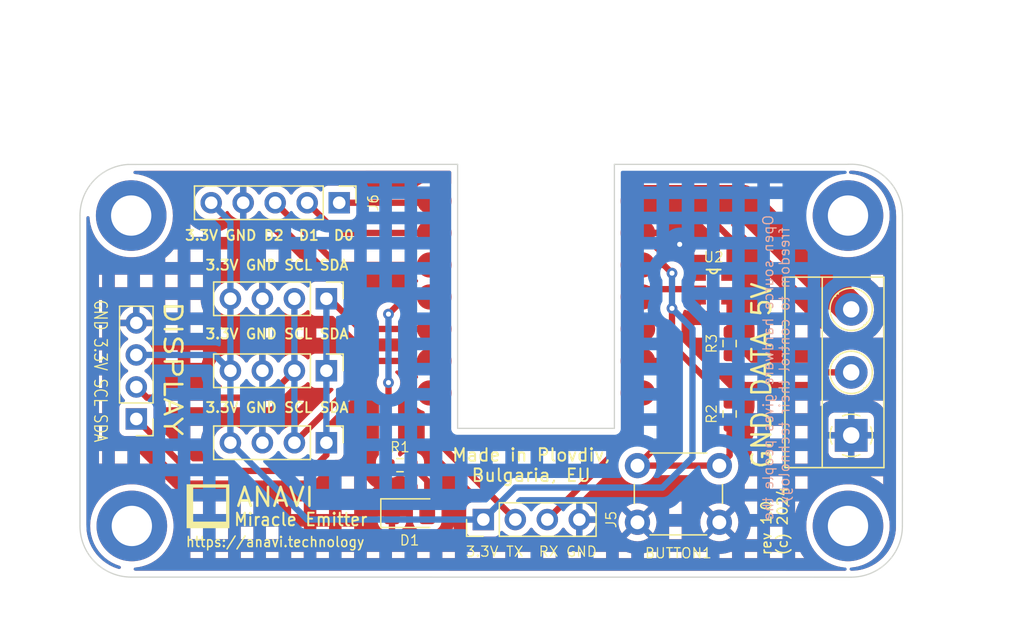
<source format=kicad_pcb>
(kicad_pcb (version 20211014) (generator pcbnew)
  (title_block (title "ANAVI Miracle Emitter") (date "2024-01-21") (rev "1.0") (company "ANAVI Technology Ltd."))
  (layers (0 "F.Cu" signal) (31 "B.Cu" signal) (34 "B.Paste" user) (35 "F.Paste" user) (36 "B.SilkS" user "B.Silkscreen") (37 "F.SilkS" user "F.Silkscreen") (38 "B.Mask" user) (39 "F.Mask" user) (44 "Edge.Cuts" user))
  (net 0 "")
  (net 1 "GND")
  (net 2 "Net-(D1-Pad2)")
  (net 3 "Net-(J1-Pad1)")
  (net 4 "Net-(J1-Pad2)")
  (net 5 "+3V3")
  (net 6 "Net-(J5-Pad2)")
  (net 7 "Net-(J5-Pad3)")
  (net 8 "Net-(J6-Pad1)")
  (net 9 "+5V")
  (net 10 "Net-(R1-Pad1)")
  (net 11 "Net-(R2-Pad1)")
  (net 12 "Net-(R3-Pad1)")
  (net 13 "Net-(J6-Pad2)")
  (net 14 "Net-(J6-Pad3)")
  (net 15 "Net-(J7-Pad2)")
  (net 17 "Net-(U1-Pad11)")
  (footprint "Resistor_SMD:R_0603_1608Metric_Pad0.98x0.95mm_HandSolder" (layer "F.Cu") (at 164.592 52.832 90)
    (fp_text reference "R2" (at 0 -1.43 90) (layer "F.SilkS") (effects (font (size 0.8 0.8) (thickness 0.1))))
    (fp_text value "2K")
    (fp_line (start -0.254724 -0.5225) (end 0.254724 -0.5225) (layer "F.SilkS") (width 0.12))
    (fp_line (start -0.254724 0.5225) (end 0.254724 0.5225) (layer "F.SilkS") (width 0.12))
    (pad "1" smd roundrect (at -0.9125 0 90) (size 0.975 0.95) (layers "F.Cu" "F.Paste" "F.Mask") (net 11 "Net-(R2-Pad1)"))
    (pad "2" smd roundrect (at 0.9125 0 90) (size 0.975 0.95) (layers "F.Cu" "F.Paste" "F.Mask") (net 5 "+3V3"))
  )
  (footprint "SOT95P280X145-5N:SOT95P280X145-5N" (layer "F.Cu") (at 163.322 42.926)
    (fp_text reference "U2" (at 0 -2.54) (layer "F.SilkS") (effects (font (size 0.8 0.8) (thickness 0.1))))
    (fp_text value "74LVC1G17W5-7")
    (fp_line (start 0.3048 -1.5494) (end -0.3048 -1.5494) (layer "F.SilkS") (width 0.1524))
    (fp_line (start -0.3048 -1.5494) (end -0.5588 -1.5494) (layer "F.SilkS") (width 0.1524))
    (fp_line (start 0.5588 -1.5494) (end 0.3048 -1.5494) (layer "F.SilkS") (width 0.1524))
    (fp_arc (start 0.3048 -1.5494) (mid 0 -1.2446) (end -0.3048 -1.5494) (layer "F.SilkS") (width 0.1524))
    (pad "1" smd rect locked (at -1.27 -0.9398) (size 1.3208 0.5588) (layers "F.Cu" "F.Paste" "F.Mask"))
    (pad "2" smd rect locked (at -1.27 0) (size 1.3208 0.5588) (layers "F.Cu" "F.Paste" "F.Mask") (net 17 "Net-(U1-Pad11)"))
    (pad "3" smd rect locked (at -1.27 0.9398) (size 1.3208 0.5588) (layers "F.Cu" "F.Paste" "F.Mask") (net 1 "GND"))
    (pad "4" smd rect locked (at 1.27 0.9398) (size 1.3208 0.5588) (layers "F.Cu" "F.Paste" "F.Mask") (net 12 "Net-(R3-Pad1)"))
    (pad "5" smd rect locked (at 1.27 -0.9398) (size 1.3208 0.5588) (layers "F.Cu" "F.Paste" "F.Mask") (net 9 "+5V"))
  )
  (footprint "Connector_PinHeader_2.54mm:PinHeader_1x04_P2.54mm_Vertical" (layer "F.Cu") (at 132.588 43.688 -90)
    (fp_text reference "J3" hide)
    (fp_text value "Conn_01x04_Female" hide)
    (fp_line (start -1.33 -1.33) (end 0 -1.33) (layer "F.SilkS") (width 0.12))
    (fp_line (start -1.33 1.27) (end 1.33 1.27) (layer "F.SilkS") (width 0.12))
    (fp_line (start -1.33 1.27) (end -1.33 8.95) (layer "F.SilkS") (width 0.12))
    (fp_line (start 1.33 1.27) (end 1.33 8.95) (layer "F.SilkS") (width 0.12))
    (fp_line (start -1.33 0) (end -1.33 -1.33) (layer "F.SilkS") (width 0.12))
    (fp_line (start -1.33 8.95) (end 1.33 8.95) (layer "F.SilkS") (width 0.12))
    (pad "1" thru_hole rect (at 0 0 270) (size 1.7 1.7) (drill 1) (layers *.Cu *.Mask) (net 3 "Net-(J1-Pad1)"))
    (pad "2" thru_hole oval (at 0 2.54 270) (size 1.7 1.7) (drill 1) (layers *.Cu *.Mask) (net 4 "Net-(J1-Pad2)"))
    (pad "3" thru_hole oval (at 0 5.08 270) (size 1.7 1.7) (drill 1) (layers *.Cu *.Mask) (net 1 "GND"))
    (pad "4" thru_hole oval (at 0 7.62 270) (size 1.7 1.7) (drill 1) (layers *.Cu *.Mask) (net 5 "+3V3"))
  )
  (footprint "Resistor_SMD:R_0603_1608Metric_Pad0.98x0.95mm_HandSolder" (layer "F.Cu") (at 138.43 56.896)
    (fp_text reference "R1" (at 0 -1.43) (layer "F.SilkS") (effects (font (size 0.8 0.8) (thickness 0.1))))
    (fp_text value "68R")
    (fp_line (start -0.254724 0.5225) (end 0.254724 0.5225) (layer "F.SilkS") (width 0.12))
    (fp_line (start -0.254724 -0.5225) (end 0.254724 -0.5225) (layer "F.SilkS") (width 0.12))
    (pad "1" smd roundrect (at -0.9125 0) (size 0.975 0.95) (layers "F.Cu" "F.Paste" "F.Mask") (net 10 "Net-(R1-Pad1)"))
    (pad "2" smd roundrect (at 0.9125 0) (size 0.975 0.95) (layers "F.Cu" "F.Paste" "F.Mask") (net 2 "Net-(D1-Pad2)"))
  )
  (footprint "MountingHole:MountingHole_3.2mm_M3_DIN965_Pad" (layer "F.Cu") (at 117.1448 61.722)
    (fp_text reference "REF**" hide)
    (fp_text value "MountingHole_3.2mm_M3_DIN965_Pad" hide)
    (pad "4" thru_hole circle (at 0 0) (size 5.6 5.6) (drill 3.2) (layers *.Cu *.Mask))
  )
  (footprint "xiao ESP32C3_PCB:MOUDLE14P-SMD-2.54-21X17.8MM" (layer "F.Cu") (at 140.314 54.04525)
    (fp_text reference "U1" hide)
    (fp_text value "MOUDLE-SEEEDUINO-XIAO-ESP32C3")
    (pad "1" smd roundrect (at 0.835 -18.12) (size 2.75 2) (layers "F.Cu" "F.Paste" "F.Mask") (roundrect_rratio 0.5) (net 8 "Net-(J6-Pad1)"))
    (pad "2" smd roundrect (at 0.835 -15.58) (size 2.75 2) (layers "F.Cu" "F.Paste" "F.Mask") (roundrect_rratio 0.5) (net 13 "Net-(J6-Pad2)"))
    (pad "3" smd roundrect (at 0.835 -13.04) (size 2.75 2) (layers "F.Cu" "F.Paste" "F.Mask") (roundrect_rratio 0.5) (net 14 "Net-(J6-Pad3)"))
    (pad "4" smd roundrect (at 0.835 -10.5) (size 2.75 2) (layers "F.Cu" "F.Paste" "F.Mask") (roundrect_rratio 0.5) (net 10 "Net-(R1-Pad1)"))
    (pad "5" smd roundrect (at 0.835 -7.96) (size 2.75 2) (layers "F.Cu" "F.Paste" "F.Mask") (roundrect_rratio 0.5) (net 3 "Net-(J1-Pad1)"))
    (pad "6" smd roundrect (at 0.835 -5.42) (size 2.75 2) (layers "F.Cu" "F.Paste" "F.Mask") (roundrect_rratio 0.5) (net 4 "Net-(J1-Pad2)"))
    (pad "7" smd roundrect (at 0.835 -2.88) (size 2.75 2) (layers "F.Cu" "F.Paste" "F.Mask") (roundrect_rratio 0.5) (net 6 "Net-(J5-Pad2)"))
    (pad "8" smd roundrect (at 17 -2.88) (size 2.75 2) (layers "F.Cu" "F.Paste" "F.Mask") (roundrect_rratio 0.5) (net 7 "Net-(J5-Pad3)"))
    (pad "9" smd roundrect (at 17 -5.42) (size 2.75 2) (layers "F.Cu" "F.Paste" "F.Mask") (roundrect_rratio 0.5) (net 11 "Net-(R2-Pad1)"))
    (pad "10" smd roundrect (at 17 -7.96) (size 2.75 2) (layers "F.Cu" "F.Paste" "F.Mask") (roundrect_rratio 0.5))
    (pad "11" smd roundrect (at 17 -10.5) (size 2.75 2) (layers "F.Cu" "F.Paste" "F.Mask") (roundrect_rratio 0.5) (net 17 "Net-(U1-Pad11)"))
    (pad "12" smd roundrect (at 17 -13.04) (size 2.75 2) (layers "F.Cu" "F.Paste" "F.Mask") (roundrect_rratio 0.5) (net 5 "+3V3"))
    (pad "13" smd roundrect (at 17 -15.58) (size 2.75 2) (layers "F.Cu" "F.Paste" "F.Mask") (roundrect_rratio 0.5) (net 1 "GND"))
    (pad "14" smd roundrect (at 17 -18.12) (size 2.75 2) (layers "F.Cu" "F.Paste" "F.Mask") (roundrect_rratio 0.5) (net 9 "+5V"))
    (zone (net 0) (net_name "") (layer "F.Cu") (connect_pads (clearance 0)) (min_thickness 0.01)
      (keepout (tracks not_allowed) (vias not_allowed) (pads not_allowed) (copperpour not_allowed) (footprints allowed))
      (fill (thermal_gap 0.508) (thermal_bridge_width 0.508))
      (polygon (pts (xy 152.633 32.96325) (xy 154.411 32.96325) (xy 154.411 35.63025) (xy 152.633 35.63025)))
    )
    (zone (net 0) (net_name "") (layer "F.Cu") (connect_pads (clearance 0)) (min_thickness 0.01)
      (keepout (tracks not_allowed) (vias not_allowed) (pads not_allowed) (copperpour not_allowed) (footprints allowed))
      (fill (thermal_gap 0.508) (thermal_bridge_width 0.508))
      (polygon (pts (xy 143.997 37.02725) (xy 145.775 37.02725) (xy 145.775 39.69425) (xy 143.997 39.69425)))
    )
    (zone (net 0) (net_name "") (layer "F.Cu") (connect_pads (clearance 0)) (min_thickness 0.01)
      (keepout (tracks not_allowed) (vias not_allowed) (pads not_allowed) (copperpour not_allowed) (footprints allowed))
      (fill (thermal_gap 0.508) (thermal_bridge_width 0.508))
      (polygon (pts (xy 146.664 33.72525) (xy 151.871 33.72525) (xy 151.871 40.71025) (xy 146.664 40.71025)))
    )
    (zone (net 0) (net_name "") (layer "F.Cu") (connect_pads (clearance 0)) (min_thickness 0.01)
      (keepout (tracks not_allowed) (vias not_allowed) (pads not_allowed) (copperpour not_allowed) (footprints allowed))
      (fill (thermal_gap 0.508) (thermal_bridge_width 0.508))
      (polygon (pts (xy 152.633 37.02725) (xy 154.411 37.02725) (xy 154.411 39.69425) (xy 152.633 39.69425)))
    )
    (zone (net 0) (net_name "") (layer "F.Cu") (connect_pads (clearance 0)) (min_thickness 0.01)
      (keepout (tracks not_allowed) (vias not_allowed) (pads not_allowed) (copperpour not_allowed) (footprints allowed))
      (fill (thermal_gap 0.508) (thermal_bridge_width 0.508))
      (polygon (pts (xy 146.664 50.87025) (xy 152.379 50.87025) (xy 152.379 53.41025) (xy 146.664 53.41025)))
    )
    (zone (net 0) (net_name "") (layer "F.Cu") (connect_pads (clearance 0)) (min_thickness 0.01)
      (keepout (tracks not_allowed) (vias not_allowed) (pads not_allowed) (copperpour not_allowed) (footprints allowed))
      (fill (thermal_gap 0.508) (thermal_bridge_width 0.508))
      (polygon (pts (xy 150.093 42.74225) (xy 153.141 42.74225) (xy 153.141 45.79025) (xy 150.093 45.79025)))
    )
    (zone (net 0) (net_name "") (layer "F.Cu") (connect_pads (clearance 0)) (min_thickness 0.01)
      (keepout (tracks not_allowed) (vias not_allowed) (pads not_allowed) (copperpour not_allowed) (footprints allowed))
      (fill (thermal_gap 0.508) (thermal_bridge_width 0.508))
      (polygon (pts (xy 143.997 32.96325) (xy 145.775 32.96325) (xy 145.775 35.63025) (xy 143.997 35.63025)))
    )
    (zone (net 0) (net_name "") (layer "F.Cu") (connect_pads (clearance 0)) (min_thickness 0.01)
      (keepout (tracks not_allowed) (vias not_allowed) (pads not_allowed) (copperpour not_allowed) (footprints allowed))
      (fill (thermal_gap 0.508) (thermal_bridge_width 0.508))
      (polygon (pts (xy 143.2985 41.28175) (xy 146.2195 41.28175) (xy 146.2195 43.31375) (xy 143.2985 43.31375)))
    )
  )
  (footprint "Connector_PinHeader_2.54mm:PinHeader_1x04_P2.54mm_Vertical" (layer "F.Cu") (at 117.5004 53.2284 180)
    (fp_text reference "J4" hide)
    (fp_text value "Conn_01x04_Female" hide)
    (fp_line (start -1.33 8.95) (end 1.33 8.95) (layer "F.SilkS") (width 0.12))
    (fp_line (start -1.33 0) (end -1.33 -1.33) (layer "F.SilkS") (width 0.12))
    (fp_line (start 1.33 1.27) (end 1.33 8.95) (layer "F.SilkS") (width 0.12))
    (fp_line (start -1.33 -1.33) (end 0 -1.33) (layer "F.SilkS") (width 0.12))
    (fp_line (start -1.33 1.27) (end -1.33 8.95) (layer "F.SilkS") (width 0.12))
    (fp_line (start -1.33 1.27) (end 1.33 1.27) (layer "F.SilkS") (width 0.12))
    (pad "1" thru_hole rect (at 0 0 180) (size 1.7 1.7) (drill 1) (layers *.Cu *.Mask) (net 3 "Net-(J1-Pad1)"))
    (pad "2" thru_hole oval (at 0 2.54 180) (size 1.7 1.7) (drill 1) (layers *.Cu *.Mask) (net 4 "Net-(J1-Pad2)"))
    (pad "3" thru_hole oval (at 0 5.08 180) (size 1.7 1.7) (drill 1) (layers *.Cu *.Mask) (net 5 "+3V3"))
    (pad "4" thru_hole oval (at 0 7.62 180) (size 1.7 1.7) (drill 1) (layers *.Cu *.Mask) (net 1 "GND"))
  )
  (footprint "Button_Switch_THT:SW_PUSH_6mm_H4.3mm" (layer "F.Cu") (at 163.778 61.432 180)
    (fp_text reference "BUTTON1" (at 3.25 -2.449) (layer "F.SilkS") (effects (font (size 0.8 0.8) (thickness 0.1))))
    (fp_text value "SW_DIP_x01" hide)
    (fp_line (start 1 5.5) (end 5.5 5.5) (layer "F.SilkS") (width 0.12))
    (fp_line (start -0.25 1.5) (end -0.25 3) (layer "F.SilkS") (width 0.12))
    (fp_line (start 5.5 -1) (end 1 -1) (layer "F.SilkS") (width 0.12))
    (fp_line (start 6.75 3) (end 6.75 1.5) (layer "F.SilkS") (width 0.12))
    (pad "1" thru_hole circle (at 0 0 270) (size 2 2) (drill 1.1) (layers *.Cu *.Mask) (net 1 "GND"))
    (pad "1" thru_hole circle (at 6.5 0 270) (size 2 2) (drill 1.1) (layers *.Cu *.Mask) (net 1 "GND"))
    (pad "2" thru_hole circle (at 6.5 4.5 270) (size 2 2) (drill 1.1) (layers *.Cu *.Mask) (net 11 "Net-(R2-Pad1)"))
    (pad "2" thru_hole circle (at 0 4.5 270) (size 2 2) (drill 1.1) (layers *.Cu *.Mask) (net 11 "Net-(R2-Pad1)"))
  )
  (footprint "TerminalBlock_Phoenix:TerminalBlock_Phoenix_MKDS-1,5-3_1x03_P5.00mm_Horizontal" (layer "F.Cu") (at 174.244 54.53 90)
    (fp_text reference "J7" hide)
    (fp_text value "Screw_Terminal_01x03" hide)
    (fp_line (start -2.56 -2.301) (end 12.56 -2.301) (layer "F.SilkS") (width 0.12))
    (fp_line (start 8.773 1.023) (end 8.726 1.069) (layer "F.SilkS") (width 0.12))
    (fp_line (start -2.56 2.6) (end 12.56 2.6) (layer "F.SilkS") (width 0.12))
    (fp_line (start 3.773 1.023) (end 3.726 1.069) (layer "F.SilkS") (width 0.12))
    (fp_line (start -2.56 -5.261) (end -2.56 2.6) (layer "F.SilkS") (width 0.12))
    (fp_line (start 3.966 1.239) (end 3.931 1.274) (layer "F.SilkS") (width 0.12))
    (fp_line (start 6.275 -1.069) (end 6.228 -1.023) (layer "F.SilkS") (width 0.12))
    (fp_line (start -2.56 -5.261) (end 12.56 -5.261) (layer "F.SilkS") (width 0.12))
    (fp_line (start 12.56 -5.261) (end 12.56 2.6) (layer "F.SilkS") (width 0.12))
    (fp_line (start 11.275 -1.069) (end 11.228 -1.023) (layer "F.SilkS") (width 0.12))
    (fp_line (start 8.966 1.239) (end 8.931 1.274) (layer "F.SilkS") (width 0.12))
    (fp_line (start 6.07 -1.275) (end 6.035 -1.239) (layer "F.SilkS") (width 0.12))
    (fp_line (start 11.07 -1.275) (end 11.035 -1.239) (layer "F.SilkS") (width 0.12))
    (fp_arc (start 0.028805 1.680253) (mid -0.335551 1.646659) (end -0.684 1.535) (layer "F.SilkS") (width 0.12))
    (fp_arc (start 0.683318 1.534756) (mid 0.349292 1.643288) (end 0 1.68) (layer "F.SilkS") (width 0.12))
    (fp_arc (start -0.683042 -1.535427) (mid 0.000524 -1.680501) (end 0.684 -1.535) (layer "F.SilkS") (width 0.12))
    (fp_arc (start 1.535427 -0.683042) (mid 1.680501 0.000524) (end 1.535 0.684) (layer "F.SilkS") (width 0.12))
    (fp_arc (start -1.535427 0.683042) (mid -1.680501 -0.000524) (end -1.535 -0.684) (layer "F.SilkS") (width 0.12))
    (fp_circle (center 5 0) (end 6.68 0) (layer "F.SilkS") (width 0.12) (fill none))
    (fp_circle (center 10 0) (end 11.68 0) (layer "F.SilkS") (width 0.12) (fill none))
    (pad "1" thru_hole rect (at 0 0 90) (size 2.6 2.6) (drill 1.3) (layers *.Cu *.Mask) (net 1 "GND"))
    (pad "2" thru_hole circle (at 5 0 90) (size 2.6 2.6) (drill 1.3) (layers *.Cu *.Mask) (net 15 "Net-(J7-Pad2)"))
    (pad "3" thru_hole circle (at 10 0 90) (size 2.6 2.6) (drill 1.3) (layers *.Cu *.Mask) (net 9 "+5V"))
  )
  (footprint "Connector_PinHeader_2.54mm:PinHeader_1x04_P2.54mm_Vertical" (layer "F.Cu") (at 132.588 55.118 -90)
    (fp_text reference "J1" hide)
    (fp_text value "Conn_01x04_Female" hide)
    (fp_line (start -1.33 8.95) (end 1.33 8.95) (layer "F.SilkS") (width 0.12))
    (fp_line (start -1.33 -1.33) (end 0 -1.33) (layer "F.SilkS") (width 0.12))
    (fp_line (start -1.33 1.27) (end 1.33 1.27) (layer "F.SilkS") (width 0.12))
    (fp_line (start 1.33 1.27) (end 1.33 8.95) (layer "F.SilkS") (width 0.12))
    (fp_line (start -1.33 0) (end -1.33 -1.33) (layer "F.SilkS") (width 0.12))
    (fp_line (start -1.33 1.27) (end -1.33 8.95) (layer "F.SilkS") (width 0.12))
    (pad "1" thru_hole rect (at 0 0 270) (size 1.7 1.7) (drill 1) (layers *.Cu *.Mask) (net 3 "Net-(J1-Pad1)"))
    (pad "2" thru_hole oval (at 0 2.54 270) (size 1.7 1.7) (drill 1) (layers *.Cu *.Mask) (net 4 "Net-(J1-Pad2)"))
    (pad "3" thru_hole oval (at 0 5.08 270) (size 1.7 1.7) (drill 1) (layers *.Cu *.Mask) (net 1 "GND"))
    (pad "4" thru_hole oval (at 0 7.62 270) (size 1.7 1.7) (drill 1) (layers *.Cu *.Mask) (net 5 "+3V3"))
  )
  (footprint "Connector_PinHeader_2.54mm:PinHeader_1x05_P2.54mm_Vertical" (layer "F.Cu") (at 133.604 36.068 -90)
    (fp_text reference "J6" (at 0 -2.6924 90) (layer "F.SilkS") (effects (font (size 0.8 0.8) (thickness 0.1))))
    (fp_text value "Conn_01x05_Male" hide)
    (fp_line (start -1.33 11.49) (end 1.33 11.49) (layer "F.SilkS") (width 0.12))
    (fp_line (start -1.33 -1.33) (end 0 -1.33) (layer "F.SilkS") (width 0.12))
    (fp_line (start 1.33 1.27) (end 1.33 11.49) (layer "F.SilkS") (width 0.12))
    (fp_line (start -1.33 1.27) (end -1.33 11.49) (layer "F.SilkS") (width 0.12))
    (fp_line (start -1.33 1.27) (end 1.33 1.27) (layer "F.SilkS") (width 0.12))
    (fp_line (start -1.33 0) (end -1.33 -1.33) (layer "F.SilkS") (width 0.12))
    (pad "1" thru_hole rect (at 0 0 270) (size 1.7 1.7) (drill 1) (layers *.Cu *.Mask) (net 8 "Net-(J6-Pad1)"))
    (pad "2" thru_hole oval (at 0 2.54 270) (size 1.7 1.7) (drill 1) (layers *.Cu *.Mask) (net 13 "Net-(J6-Pad2)"))
    (pad "3" thru_hole oval (at 0 5.08 270) (size 1.7 1.7) (drill 1) (layers *.Cu *.Mask) (net 14 "Net-(J6-Pad3)"))
    (pad "4" thru_hole oval (at 0 7.62 270) (size 1.7 1.7) (drill 1) (layers *.Cu *.Mask) (net 1 "GND"))
    (pad "5" thru_hole oval (at 0 10.16 270) (size 1.7 1.7) (drill 1) (layers *.Cu *.Mask) (net 5 "+3V3"))
  )
  (footprint "MountingHole:MountingHole_3.2mm_M3_DIN965_Pad" (layer "F.Cu") (at 117.094 37.084)
    (fp_text reference "REF**" hide)
    (fp_text value "MountingHole_3.2mm_M3_DIN965_Pad" hide)
    (pad "1" thru_hole circle (at 0 0) (size 5.6 5.6) (drill 3.2) (layers *.Cu *.Mask))
  )
  (footprint "Connector_PinHeader_2.54mm:PinHeader_1x04_P2.54mm_Vertical" (layer "F.Cu") (at 145.044 61.214 90)
    (fp_text reference "J5" (at 0 10.15 90) (layer "F.SilkS") (effects (font (size 0.8 0.8) (thickness 0.1))))
    (fp_text value "Conn_01x04_Male" hide)
    (fp_line (start -1.33 0) (end -1.33 -1.33) (layer "F.SilkS") (width 0.12))
    (fp_line (start -1.33 -1.33) (end 0 -1.33) (layer "F.SilkS") (width 0.12))
    (fp_line (start -1.33 1.27) (end 1.33 1.27) (layer "F.SilkS") (width 0.12))
    (fp_line (start -1.33 8.95) (end 1.33 8.95) (layer "F.SilkS") (width 0.12))
    (fp_line (start 1.33 1.27) (end 1.33 8.95) (layer "F.SilkS") (width 0.12))
    (fp_line (start -1.33 1.27) (end -1.33 8.95) (layer "F.SilkS") (width 0.12))
    (pad "1" thru_hole rect (at 0 0 90) (size 1.7 1.7) (drill 1) (layers *.Cu *.Mask) (net 5 "+3V3"))
    (pad "2" thru_hole oval (at 0 2.54 90) (size 1.7 1.7) (drill 1) (layers *.Cu *.Mask) (net 6 "Net-(J5-Pad2)"))
    (pad "3" thru_hole oval (at 0 5.08 90) (size 1.7 1.7) (drill 1) (layers *.Cu *.Mask) (net 7 "Net-(J5-Pad3)"))
    (pad "4" thru_hole oval (at 0 7.62 90) (size 1.7 1.7) (drill 1) (layers *.Cu *.Mask) (net 1 "GND"))
  )
  (footprint "MountingHole:MountingHole_3.2mm_M3_DIN965_Pad" (layer "F.Cu") (at 173.99 37.084)
    (fp_text reference "REF**" hide)
    (fp_text value "MountingHole_3.2mm_M3_DIN965_Pad" hide)
    (pad "2" thru_hole circle (at 0 0) (size 5.6 5.6) (drill 3.2) (layers *.Cu *.Mask))
  )
  (footprint "logo:anavi-logo" (layer "F.Cu") (at 123.19 60.198)
    (fp_text reference "G***" hide)
    (fp_text value "LOGO" hide)
    (fp_poly (pts (xy 1.693334 1.693334) (xy -1.693333 1.693334) (xy -1.693333 -1.524) (xy -1.185333 -1.524) (xy -1.185333 1.185334) (xy 1.439334 1.185334) (xy 1.439334 -1.524) (xy -1.185333 -1.524) (xy -1.693333 -1.524) (xy -1.693333 -1.778) (xy 1.693334 -1.778) (xy 1.693334 1.693334)) (layer "F.SilkS") (width 0.01) (fill solid))
  )
  (footprint "MountingHole:MountingHole_3.2mm_M3_DIN965_Pad" (layer "F.Cu") (at 173.99 61.722)
    (fp_text reference "REF**" hide)
    (fp_text value "MountingHole_3.2mm_M3_DIN965_Pad" hide)
    (pad "3" thru_hole circle (at 0 0) (size 5.6 5.6) (drill 3.2) (layers *.Cu *.Mask))
  )
  (footprint "LED_SMD:LED_1206_3216Metric" (layer "F.Cu") (at 139.192 60.706)
    (fp_text reference "D1" (at 0 2.159) (layer "F.SilkS") (effects (font (size 0.8 0.8) (thickness 0.1))))
    (fp_text value "KP-3216EC")
    (fp_line (start -2.285 -1.135) (end -2.285 1.135) (layer "F.SilkS") (width 0.12))
    (fp_line (start 1.6 -1.135) (end -2.285 -1.135) (layer "F.SilkS") (width 0.12))
    (fp_line (start -2.285 1.135) (end 1.6 1.135) (layer "F.SilkS") (width 0.12))
    (pad "1" smd roundrect (at -1.4 0) (size 1.25 1.75) (layers "F.Cu" "F.Paste" "F.Mask") (roundrect_rratio 0.2) (net 1 "GND"))
    (pad "2" smd roundrect (at 1.4 0) (size 1.25 1.75) (layers "F.Cu" "F.Paste" "F.Mask") (roundrect_rratio 0.2) (net 2 "Net-(D1-Pad2)"))
  )
  (footprint "Connector_PinHeader_2.54mm:PinHeader_1x04_P2.54mm_Vertical" (layer "F.Cu") (at 132.588 49.403 -90)
    (fp_text reference "J2" hide)
    (fp_text value "Conn_01x04_Female" hide)
    (fp_line (start -1.33 -1.33) (end 0 -1.33) (layer "F.SilkS") (width 0.12))
    (fp_line (start -1.33 8.95) (end 1.33 8.95) (layer "F.SilkS") (width 0.12))
    (fp_line (start 1.33 1.27) (end 1.33 8.95) (layer "F.SilkS") (width 0.12))
    (fp_line (start -1.33 0) (end -1.33 -1.33) (layer "F.SilkS") (width 0.12))
    (fp_line (start -1.33 1.27) (end -1.33 8.95) (layer "F.SilkS") (width 0.12))
    (fp_line (start -1.33 1.27) (end 1.33 1.27) (layer "F.SilkS") (width 0.12))
    (pad "1" thru_hole rect (at 0 0 270) (size 1.7 1.7) (drill 1) (layers *.Cu *.Mask) (net 3 "Net-(J1-Pad1)"))
    (pad "2" thru_hole oval (at 0 2.54 270) (size 1.7 1.7) (drill 1) (layers *.Cu *.Mask) (net 4 "Net-(J1-Pad2)"))
    (pad "3" thru_hole oval (at 0 5.08 270) (size 1.7 1.7) (drill 1) (layers *.Cu *.Mask) (net 1 "GND"))
    (pad "4" thru_hole oval (at 0 7.62 270) (size 1.7 1.7) (drill 1) (layers *.Cu *.Mask) (net 5 "+3V3"))
  )
  (footprint "Resistor_SMD:R_0603_1608Metric_Pad0.98x0.95mm_HandSolder" (layer "F.Cu") (at 164.592 47.244 -90)
    (fp_text reference "R3" (at 0 1.4224 90) (layer "F.SilkS") (effects (font (size 0.8 0.8) (thickness 0.1))))
    (fp_text value "330R")
    (fp_line (start -0.254724 0.5225) (end 0.254724 0.5225) (layer "F.SilkS") (width 0.12))
    (fp_line (start -0.254724 -0.5225) (end 0.254724 -0.5225) (layer "F.SilkS") (width 0.12))
    (pad "1" smd roundrect (at -0.9125 0 270) (size 0.975 0.95) (layers "F.Cu" "F.Paste" "F.Mask") (net 12 "Net-(R3-Pad1)"))
    (pad "2" smd roundrect (at 0.9125 0 270) (size 0.975 0.95) (layers "F.Cu" "F.Paste" "F.Mask") (net 15 "Net-(J7-Pad2)"))
  )
  (gr_line (start 117.093682 65.780318) (end 174.244 65.786) (layer "Edge.Cuts") (width 0.1))
  (gr_line (start 143.002 53.975) (end 155.448 53.975) (layer "Edge.Cuts") (width 0.1))
  (gr_line (start 173.99 33.020001) (end 155.448 33.02) (layer "Edge.Cuts") (width 0.1))
  (gr_line (start 155.448 53.975) (end 155.448 33.02) (layer "Edge.Cuts") (width 0.1))
  (gr_arc (start 173.99 33.020001) (mid 177.03204 34.116267) (end 178.315929 37.084) (layer "Edge.Cuts") (width 0.1))
  (gr_arc (start 178.308 61.722) (mid 177.117682 64.595682) (end 174.244 65.786) (layer "Edge.Cuts") (width 0.1))
  (gr_arc (start 117.093682 65.780318) (mid 114.22 64.59) (end 113.029682 61.716318) (layer "Edge.Cuts") (width 0.1))
  (gr_arc (start 113.03 37.084) (mid 114.132046 34.301388) (end 116.840495 33.027914) (layer "Edge.Cuts") (width 0.1))
  (gr_line (start 178.308 61.722) (end 178.315929 37.084) (layer "Edge.Cuts") (width 0.1))
  (gr_line (start 116.840495 33.027914) (end 143.002 33.02) (layer "Edge.Cuts") (width 0.1))
  (gr_line (start 113.029682 61.716318) (end 113.03 37.084) (layer "Edge.Cuts") (width 0.1))
  (gr_line (start 143.002 33.02) (end 143.002 53.975) (layer "Edge.Cuts") (width 0.1))
  (gr_text "Open source hardware gives people the\nfreedom to control their technology." (at 168.3004 49.1744 90) (layer "B.SilkS") (effects (font (size 0.8 0.8) (thickness 0.1)) (justify mirror)))
  (gr_text "Miracle Emitter" (at 130.556 61.214) (layer "F.SilkS") (effects (font (size 1 0.92))))
  (gr_text "3.3V GND SCL SDA" (at 128.661 52.324) (layer "F.SilkS") (effects (font (size 0.8 0.8))))
  (gr_text "rev 1.0\n(c) 2024" (at 168.148 64.1096 90) (layer "F.SilkS") (effects (font (size 0.8 0.8) (thickness 0.12)) (justify left)))
  (gr_text "3.3V GND D2  D1  D0" (at 128.0668 38.6588) (layer "F.SilkS") (effects (font (size 0.8 0.8))))
  (gr_text "https://anavi.technology" (at 128.524 62.992) (layer "F.SilkS") (effects (font (size 0.8 0.75) (thickness 0.12))))
  (gr_text "3.3V GND SCL SDA" (at 128.661 46.482) (layer "F.SilkS") (effects (font (size 0.8 0.8))))
  (gr_text "3.3V TX  RX GND" (at 148.854 63.754) (layer "F.SilkS") (effects (font (size 0.8 0.8) (thickness 0.1))))
  (gr_text "ANAVI" (at 128.524 59.436) (layer "F.SilkS") (effects (font (size 1.5 1.5) (thickness 0.2))))
  (gr_text "GND 3.3V SCL SDA" (at 114.6556 49.4284 270) (layer "F.SilkS") (effects (font (size 1 0.8) (thickness 0.1))))
  (gr_text "GND DATA 5V" (at 167.132 49.784 90) (layer "F.SilkS") (effects (font (size 1.5 1.5) (thickness 0.2))))
  (gr_text "3.3V GND SCL SDA" (at 128.661 41.021) (layer "F.SilkS") (effects (font (size 0.8 0.8))))
  (gr_text "Made in Plovdiv,\nBulgaria, EU" (at 148.844 56.896) (layer "F.SilkS") (effects (font (size 1 1))))
  (gr_text "DISPLAY" (at 120.396 49.2252 270) (layer "F.SilkS") (effects (font (size 1.4 1.8) (thickness 0.2))))
  (segment (start 157.314 38.46525) (end 159.72485 38.46525) (width 0.5) (layer "F.Cu") (net 1))
  (segment (start 159.72485 38.46525) (end 160.6296 39.37) (width 0.5) (layer "F.Cu") (net 1))
  (via (at 160.6296 39.37) (size 0.85) (drill 0.4) (layers "F.Cu" "B.Cu") (net 1))
  (segment (start 140.592 58.1455) (end 139.3425 56.896) (width 0.5) (layer "F.Cu") (net 2))
  (segment (start 140.592 60.706) (end 140.592 58.1455) (width 0.5) (layer "F.Cu") (net 2))
  (segment (start 117.5004 53.2284) (end 121.6252 57.3532) (width 0.5) (layer "F.Cu") (net 3))
  (segment (start 132.842 43.688) (end 132.588 43.688) (width 0.5) (layer "F.Cu") (net 3))
  (segment (start 132.588 56.0832) (end 132.588 55.118) (width 0.5) (layer "F.Cu") (net 3))
  (segment (start 121.6252 57.3532) (end 131.318 57.3532) (width 0.5) (layer "F.Cu") (net 3))
  (segment (start 135.23925 46.08525) (end 132.842 43.688) (width 0.5) (layer "F.Cu") (net 3))
  (segment (start 141.149 46.08525) (end 135.23925 46.08525) (width 0.5) (layer "F.Cu") (net 3))
  (segment (start 131.318 57.3532) (end 132.588 56.0832) (width 0.5) (layer "F.Cu") (net 3))
  (segment (start 132.588 49.403) (end 132.588 55.118) (width 0.5) (layer "B.Cu") (net 3))
  (segment (start 132.588 43.688) (end 132.588 49.403) (width 0.5) (layer "B.Cu") (net 3))
  (segment (start 136.54075 48.62525) (end 130.048 55.118) (width 0.5) (layer "F.Cu") (net 4))
  (segment (start 141.149 48.62525) (end 136.54075 48.62525) (width 0.5) (layer "F.Cu") (net 4))
  (segment (start 127.9126 51.5384) (end 130.048 49.403) (width 0.5) (layer "F.Cu") (net 4))
  (segment (start 118.3504 51.5384) (end 127.9126 51.5384) (width 0.5) (layer "F.Cu") (net 4))
  (segment (start 117.5004 50.6884) (end 118.3504 51.5384) (width 0.5) (layer "F.Cu") (net 4))
  (segment (start 130.048 43.688) (end 130.048 49.403) (width 0.5) (layer "B.Cu") (net 4))
  (segment (start 130.048 49.403) (end 130.048 55.118) (width 0.5) (layer "B.Cu") (net 4))
  (segment (start 159.36925 41.00525) (end 160.02 41.656) (width 0.5) (layer "F.Cu") (net 5))
  (segment (start 164.592 51.9195) (end 160.02 47.3475) (width 0.5) (layer "F.Cu") (net 5))
  (segment (start 157.314 41.00525) (end 159.36925 41.00525) (width 0.5) (layer "F.Cu") (net 5))
  (segment (start 160.02 47.3475) (end 160.02 44.45) (width 0.5) (layer "F.Cu") (net 5))
  (via (at 160.02 41.656) (size 0.85) (drill 0.4) (layers "F.Cu" "B.Cu") (net 5))
  (via (at 160.02 44.45) (size 0.85) (drill 0.4) (layers "F.Cu" "B.Cu") (net 5))
  (segment (start 124.968 43.688) (end 124.968 49.403) (width 0.5) (layer "B.Cu") (net 5))
  (segment (start 160.02 44.45) (end 161.6456 46.0756) (width 0.5) (layer "B.Cu") (net 5))
  (segment (start 159.258 58.674) (end 147.584 58.674) (width 0.5) (layer "B.Cu") (net 5))
  (segment (start 124.968 55.118) (end 131.064 61.214) (width 0.5) (layer "B.Cu") (net 5))
  (segment (start 161.6456 46.0756) (end 161.6456 56.2864) (width 0.5) (layer "B.Cu") (net 5))
  (segment (start 124.968 49.403) (end 124.968 55.118) (width 0.5) (layer "B.Cu") (net 5))
  (segment (start 124.968 43.688) (end 124.968 37.592) (width 0.5) (layer "B.Cu") (net 5))
  (segment (start 161.6456 56.2864) (end 159.258 58.674) (width 0.5) (layer "B.Cu") (net 5))
  (segment (start 123.7134 48.1484) (end 124.968 49.403) (width 0.5) (layer "B.Cu") (net 5))
  (segment (start 160.02 44.45) (end 160.02 41.656) (width 0.5) (layer "B.Cu") (net 5))
  (segment (start 131.064 61.214) (end 145.044 61.214) (width 0.5) (layer "B.Cu") (net 5))
  (segment (start 124.968 37.592) (end 123.444 36.068) (width 0.5) (layer "B.Cu") (net 5))
  (segment (start 147.584 58.674) (end 145.044 61.214) (width 0.5) (layer "B.Cu") (net 5))
  (segment (start 117.5004 48.1484) (end 123.7134 48.1484) (width 0.5) (layer "B.Cu") (net 5))
  (segment (start 147.584 61.214) (end 141.149 54.779) (width 0.5) (layer "F.Cu") (net 6))
  (segment (start 141.149 54.779) (end 141.149 51.16525) (width 0.5) (layer "F.Cu") (net 6))
  (segment (start 157.314 51.16525) (end 157.314 54.024) (width 0.5) (layer "F.Cu") (net 7))
  (segment (start 157.314 54.024) (end 150.124 61.214) (width 0.5) (layer "F.Cu") (net 7))
  (segment (start 141.00625 36.068) (end 141.149 35.92525) (width 0.5) (layer "F.Cu") (net 8))
  (segment (start 133.604 36.068) (end 141.00625 36.068) (width 0.5) (layer "F.Cu") (net 8))
  (segment (start 157.314 35.92525) (end 161.68675 35.92525) (width 2.54) (layer "F.Cu") (net 9))
  (segment (start 161.68675 35.92525) (end 165.63925 35.92525) (width 2.54) (layer "F.Cu") (net 9))
  (segment (start 164.592 41.9862) (end 164.592 38.8305) (width 0.5) (layer "F.Cu") (net 9))
  (segment (start 165.63925 35.92525) (end 174.244 44.53) (width 2.54) (layer "F.Cu") (net 9))
  (segment (start 164.592 38.8305) (end 161.68675 35.92525) (width 0.5) (layer "F.Cu") (net 9))
  (segment (start 137.5175 56.896) (end 137.5175 50.3447) (width 0.5) (layer "F.Cu") (net 10))
  (segment (start 137.5175 50.3447) (end 137.5156 50.3428) (width 0.5) (layer "F.Cu") (net 10))
  (segment (start 141.149 43.54525) (end 138.87755 43.54525) (width 0.5) (layer "F.Cu") (net 10))
  (segment (start 138.87755 43.54525) (end 137.5156 44.9072) (width 0.5) (layer "F.Cu") (net 10))
  (via (at 137.5156 44.9072) (size 0.85) (drill 0.4) (layers "F.Cu" "B.Cu") (net 10))
  (via (at 137.5156 50.3428) (size 0.85) (drill 0.4) (layers "F.Cu" "B.Cu") (net 10))
  (segment (start 137.5156 50.3428) (end 137.5156 44.9072) (width 0.5) (layer "B.Cu") (net 10))
  (segment (start 160.274 50.038) (end 160.274 53.936) (width 0.5) (layer "F.Cu") (net 11))
  (segment (start 160.274 53.936) (end 157.278 56.932) (width 0.5) (layer "F.Cu") (net 11))
  (segment (start 164.592 53.7445) (end 164.592 56.118) (width 0.5) (layer "F.Cu") (net 11))
  (segment (start 157.314 48.62525) (end 158.86125 48.62525) (width 0.5) (layer "F.Cu") (net 11))
  (segment (start 158.86125 48.62525) (end 160.274 50.038) (width 0.5) (layer "F.Cu") (net 11))
  (segment (start 164.592 56.118) (end 163.778 56.932) (width 0.5) (layer "F.Cu") (net 11))
  (segment (start 157.278 56.932) (end 163.778 56.932) (width 0.5) (layer "F.Cu") (net 11))
  (segment (start 164.592 46.3315) (end 164.592 43.8658) (width 0.5) (layer "F.Cu") (net 12))
  (segment (start 131.064 36.068) (end 133.46125 38.46525) (width 0.5) (layer "F.Cu") (net 13))
  (segment (start 133.46125 38.46525) (end 141.149 38.46525) (width 0.5) (layer "F.Cu") (net 13))
  (segment (start 128.524 36.068) (end 133.46125 41.00525) (width 0.5) (layer "F.Cu") (net 14))
  (segment (start 133.46125 41.00525) (end 141.149 41.00525) (width 0.5) (layer "F.Cu") (net 14))
  (segment (start 165.9655 49.53) (end 174.244 49.53) (width 0.5) (layer "F.Cu") (net 15))
  (segment (start 164.592 48.1565) (end 165.9655 49.53) (width 0.5) (layer "F.Cu") (net 15))
  (segment (start 157.314 43.54525) (end 157.93325 42.926) (width 0.5) (layer "F.Cu") (net 17))
  (segment (start 157.93325 42.926) (end 162.052 42.926) (width 0.5) (layer "F.Cu") (net 17))
  (zone (net 1) (net_name "GND") (layer "F.Cu") (connect_pads (clearance 0.508)) (min_thickness 0.254) (fill yes (mode hatch) (thermal_gap 0.508) (thermal_bridge_width 0.508) (hatch_thickness 1) (hatch_gap 1) (hatch_orientation 0) (hatch_border_algorithm hatch_thickness) (hatch_min_hole_area 0.3))
    (polygon (pts (xy 187.96 71.12) (xy 106.68 71.12) (xy 106.68 27.94) (xy 187.96 27.94)))
  )
  (zone (net 1) (net_name "GND") (layer "B.Cu") (connect_pads (clearance 0.508)) (min_thickness 0.254) (fill yes (mode hatch) (thermal_gap 0.508) (thermal_bridge_width 0.508) (hatch_thickness 1) (hatch_gap 1) (hatch_orientation 0) (hatch_border_algorithm hatch_thickness) (hatch_min_hole_area 0.3))
    (polygon (pts (xy 187.96 71.12) (xy 106.68 71.12) (xy 106.68 27.94) (xy 187.96 27.94)))
  )
)
</source>
